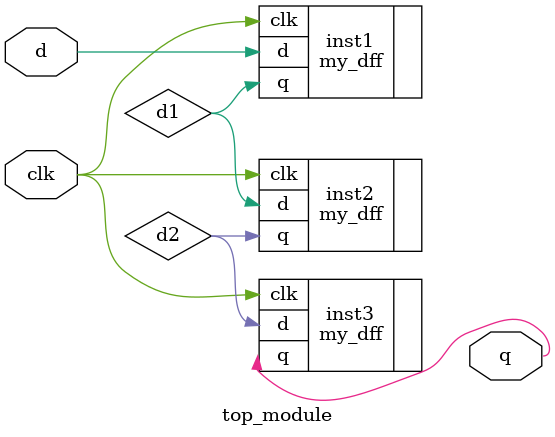
<source format=v>
module top_module ( input clk, input d, output q );
	
    wire d1,d2;
    my_dff inst1(.clk(clk), .d(d), .q(d1));
    my_dff inst2(.clk(clk), .d(d1), .q(d2));
    my_dff inst3(.clk(clk), .d(d2), .q(q));
endmodule
</source>
